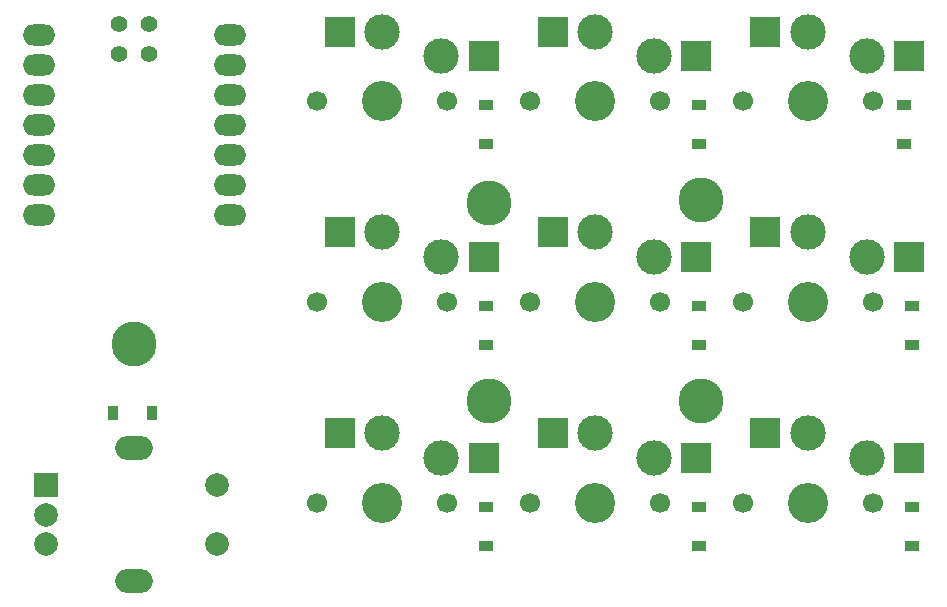
<source format=gbr>
%TF.GenerationSoftware,KiCad,Pcbnew,8.0.8*%
%TF.CreationDate,2025-02-14T20:38:14+05:30*%
%TF.ProjectId,bytepad,62797465-7061-4642-9e6b-696361645f70,8.2*%
%TF.SameCoordinates,Original*%
%TF.FileFunction,Soldermask,Bot*%
%TF.FilePolarity,Negative*%
%FSLAX46Y46*%
G04 Gerber Fmt 4.6, Leading zero omitted, Abs format (unit mm)*
G04 Created by KiCad (PCBNEW 8.0.8) date 2025-02-14 20:38:14*
%MOMM*%
%LPD*%
G01*
G04 APERTURE LIST*
%ADD10C,1.700000*%
%ADD11C,3.000000*%
%ADD12C,3.400000*%
%ADD13R,2.600000X2.600000*%
%ADD14C,3.800000*%
%ADD15O,2.750000X1.800000*%
%ADD16C,1.397000*%
%ADD17O,3.200000X2.000000*%
%ADD18R,2.000000X2.000000*%
%ADD19C,2.000000*%
%ADD20R,1.200000X0.900000*%
%ADD21R,0.900000X1.200000*%
G04 APERTURE END LIST*
D10*
%TO.C,SW4*%
X74500000Y-66000000D03*
D11*
X80000000Y-60100000D03*
D12*
X80000000Y-66000000D03*
D11*
X85000000Y-62200000D03*
D10*
X85500000Y-66000000D03*
D13*
X76425000Y-60100000D03*
X88575000Y-62200000D03*
%TD*%
D10*
%TO.C,SW8*%
X92500000Y-83000000D03*
D11*
X98000000Y-77100000D03*
D12*
X98000000Y-83000000D03*
D11*
X103000000Y-79200000D03*
D10*
X103500000Y-83000000D03*
D13*
X94425000Y-77100000D03*
X106575000Y-79200000D03*
%TD*%
D10*
%TO.C,SW6*%
X110500000Y-66000000D03*
D11*
X116000000Y-60100000D03*
D12*
X116000000Y-66000000D03*
D11*
X121000000Y-62200000D03*
D10*
X121500000Y-66000000D03*
D13*
X112425000Y-60100000D03*
X124575000Y-62200000D03*
%TD*%
D14*
%TO.C,H4*%
X107000000Y-74400000D03*
%TD*%
D10*
%TO.C,SW1*%
X74500000Y-49000000D03*
D11*
X80000000Y-43100000D03*
D12*
X80000000Y-49000000D03*
D11*
X85000000Y-45200000D03*
D10*
X85500000Y-49000000D03*
D13*
X76425000Y-43100000D03*
X88575000Y-45200000D03*
%TD*%
D10*
%TO.C,SW7*%
X74500000Y-83000000D03*
D11*
X80000000Y-77100000D03*
D12*
X80000000Y-83000000D03*
D11*
X85000000Y-79200000D03*
D10*
X85500000Y-83000000D03*
D13*
X76425000Y-77100000D03*
X88575000Y-79200000D03*
%TD*%
D14*
%TO.C,H1*%
X89000000Y-57600000D03*
%TD*%
%TO.C,H5*%
X59000000Y-69600000D03*
%TD*%
D15*
%TO.C,U1*%
X50905000Y-43380000D03*
X50905000Y-45920000D03*
X50905000Y-48460000D03*
X50905000Y-51000000D03*
X50905000Y-53540000D03*
X50905000Y-56080000D03*
X50905000Y-58620000D03*
X67095000Y-58620000D03*
X67095000Y-56080000D03*
X67095000Y-53540000D03*
X67095000Y-51000000D03*
X67095000Y-48460000D03*
X67095000Y-45920000D03*
X67095000Y-43380000D03*
D16*
X57730000Y-42428000D03*
X60270000Y-42428000D03*
X57730000Y-44968000D03*
X60270000Y-44968000D03*
%TD*%
D14*
%TO.C,H3*%
X89000000Y-74400000D03*
%TD*%
D10*
%TO.C,SW5*%
X92500000Y-66000000D03*
D11*
X98000000Y-60100000D03*
D12*
X98000000Y-66000000D03*
D11*
X103000000Y-62200000D03*
D10*
X103500000Y-66000000D03*
D13*
X94425000Y-60100000D03*
X106575000Y-62200000D03*
%TD*%
D10*
%TO.C,SW3*%
X110500000Y-49000000D03*
D11*
X116000000Y-43100000D03*
D12*
X116000000Y-49000000D03*
D11*
X121000000Y-45200000D03*
D10*
X121500000Y-49000000D03*
D13*
X112425000Y-43100000D03*
X124575000Y-45200000D03*
%TD*%
D14*
%TO.C,H2*%
X107000000Y-57400000D03*
%TD*%
D17*
%TO.C,ROT1*%
X59000000Y-78400000D03*
X59000000Y-89600000D03*
D18*
X51500000Y-81500000D03*
D19*
X51500000Y-86500000D03*
X51500000Y-84000000D03*
X66000000Y-86500000D03*
X66000000Y-81500000D03*
%TD*%
D10*
%TO.C,SW9*%
X110500000Y-83000000D03*
D11*
X116000000Y-77100000D03*
D12*
X116000000Y-83000000D03*
D11*
X121000000Y-79200000D03*
D10*
X121500000Y-83000000D03*
D13*
X112425000Y-77100000D03*
X124575000Y-79200000D03*
%TD*%
D10*
%TO.C,SW2*%
X92500000Y-49000000D03*
D11*
X98000000Y-43100000D03*
D12*
X98000000Y-49000000D03*
D11*
X103000000Y-45200000D03*
D10*
X103500000Y-49000000D03*
D13*
X94425000Y-43100000D03*
X106575000Y-45200000D03*
%TD*%
D20*
%TO.C,D3*%
X124200000Y-52650000D03*
X124200000Y-49350000D03*
%TD*%
%TO.C,D2*%
X106800000Y-52650000D03*
X106800000Y-49350000D03*
%TD*%
%TO.C,D9*%
X124800000Y-86650000D03*
X124800000Y-83350000D03*
%TD*%
%TO.C,D4*%
X88800000Y-69650000D03*
X88800000Y-66350000D03*
%TD*%
%TO.C,D1*%
X88800000Y-52650000D03*
X88800000Y-49350000D03*
%TD*%
%TO.C,D8*%
X106800000Y-86650000D03*
X106800000Y-83350000D03*
%TD*%
%TO.C,D5*%
X106800000Y-69650000D03*
X106800000Y-66350000D03*
%TD*%
%TO.C,D7*%
X88800000Y-86650000D03*
X88800000Y-83350000D03*
%TD*%
%TO.C,D6*%
X124800000Y-69650000D03*
X124800000Y-66350000D03*
%TD*%
D21*
%TO.C,D10*%
X60450000Y-75400000D03*
X57150000Y-75400000D03*
%TD*%
M02*

</source>
